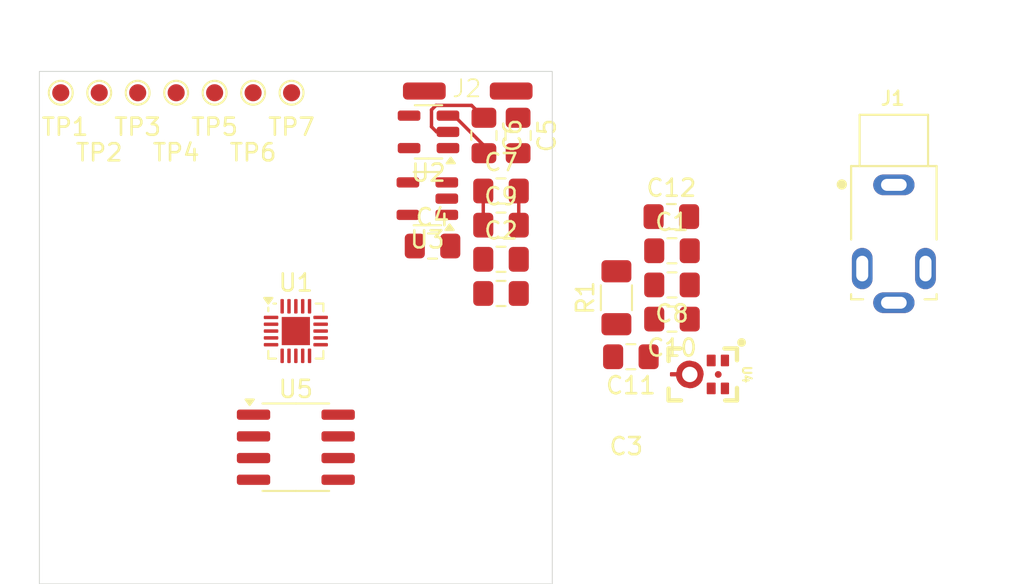
<source format=kicad_pcb>
(kicad_pcb (version 20240108) (generator "pcbnew") (generator_version "8.0")
  (layers (0 "F.Cu" signal) (31 "B.Cu" signal) (34 "B.Paste" user) (35 "F.Paste" user) (36 "B.SilkS" user "B.Silkscreen") (37 "F.SilkS" user "F.Silkscreen") (38 "B.Mask" user) (39 "F.Mask" user) (44 "Edge.Cuts" user))
  (net 0 "")
  (net 1 "GND")
  (net 2 "Net-(U1-VAG)")
  (net 3 "BATT")
  (net 4 "3v3")
  (net 5 "1v8")
  (net 6 "Net-(U4-OUT+)")
  (net 7 "MIC")
  (net 9 "HP_L")
  (net 10 "HP_R")
  (net 11 "HP_VGND")
  (net 23 "I2S_LRCLK")
  (net 24 "I2S_SCLK")
  (net 25 "I2S_DOUT")
  (net 26 "I2S_DIN")
  (net 27 "I2C_DATA")
  (net 28 "I2C_CLK")
  (net 29 "SYS_MCLK")
  (footprint "Capacitor_SMD:C_0805_2012Metric_Pad1.18x1.45mm_HandSolder" (layer "F.Cu") (at 112 78)
    (property "Reference" "C2" (at 0 -1.68 0) (layer "F.SilkS"))
    (property "Value" "100nF")
    (fp_line (start -0.261252 -0.735) (end 0.261252 -0.735) (stroke (width 0.12)) (layer "F.SilkS"))
    (fp_line (start -0.261252 0.735) (end 0.261252 0.735) (stroke (width 0.12)) (layer "F.SilkS"))
    (pad "1" smd roundrect (at -1.0375 0) (size 1.175 1.45) (layers "F.Cu" "F.Paste" "F.Mask") (roundrect_rratio 0.212766) (net 1 "GND"))
    (pad "2" smd roundrect (at 1.0375 0) (size 1.175 1.45) (layers "F.Cu" "F.Paste" "F.Mask") (roundrect_rratio 0.212766) (net 3 "BATT"))
  )
  (footprint "Capacitor_SMD:C_0805_2012Metric_Pad1.18x1.45mm_HandSolder" (layer "F.Cu") (at 111 70.75 -90)
    (property "Reference" "C6" (at 0 -1.68 90) (layer "F.SilkS"))
    (property "Value" "100nF")
    (fp_line (start -0.261252 0.735) (end 0.261252 0.735) (stroke (width 0.12)) (layer "F.SilkS"))
    (fp_line (start -0.261252 -0.735) (end 0.261252 -0.735) (stroke (width 0.12)) (layer "F.SilkS"))
    (pad "1" smd roundrect (at -1.0375 0 270) (size 1.175 1.45) (layers "F.Cu" "F.Paste" "F.Mask") (roundrect_rratio 0.212766) (net 1 "GND"))
    (pad "2" smd roundrect (at 1.0375 0 270) (size 1.175 1.45) (layers "F.Cu" "F.Paste" "F.Mask") (roundrect_rratio 0.212766) (net 3 "BATT"))
  )
  (footprint "TestPoint:TestPoint_Pad_D1.0mm" (layer "F.Cu") (at 88.5 68.25)
    (property "Reference" "TP2" (at 0 3.5 0) (layer "F.SilkS"))
    (property "Value" "TestPoint")
    (fp_circle (center 0 0) (end 0 0.7) (stroke (width 0.12)) (fill none) (layer "F.SilkS"))
    (pad "1" smd circle (at 0 0) (size 1 1) (layers "F.Cu" "F.Mask") (net 24 "I2S_SCLK"))
  )
  (footprint "Package_TO_SOT_SMD:SOT-23-5" (layer "F.Cu") (at 107.759518 70.540106 180)
    (property "Reference" "U2" (at 0 -2.4 180) (layer "F.SilkS"))
    (property "Value" "MIC5504-1.8YM5" (hide yes))
    (fp_line (start 0 1.56) (end 0.8 1.56) (stroke (width 0.12)) (layer "F.SilkS"))
    (fp_line (start 0 1.56) (end -0.8 1.56) (stroke (width 0.12)) (layer "F.SilkS"))
    (fp_line (start 0 -1.56) (end 0.8 -1.56) (stroke (width 0.12)) (layer "F.SilkS"))
    (fp_line (start 0 -1.56) (end -0.8 -1.56) (stroke (width 0.12)) (layer "F.SilkS"))
    (fp_poly (pts (xy -1.3 -1.51) (xy -1.54 -1.84) (xy -1.06 -1.84) (xy -1.3 -1.51)) (stroke (width 0.12)) (fill solid) (layer "F.SilkS"))
    (pad "1" smd roundrect (at -1.1375 -0.95 180) (size 1.325 0.6) (layers "F.Cu" "F.Paste" "F.Mask") (net 3 "BATT"))
    (pad "2" smd roundrect (at -1.1375 0 180) (size 1.325 0.6) (layers "F.Cu" "F.Paste" "F.Mask") (net 1 "GND"))
    (pad "3" smd roundrect (at -1.1375 0.95 180) (size 1.325 0.6) (layers "F.Cu" "F.Paste" "F.Mask") (net 3 "BATT"))
    (pad "4" smd roundrect (at 1.1375 0.95 180) (size 1.325 0.6) (layers "F.Cu" "F.Paste" "F.Mask"))
    (pad "5" smd roundrect (at 1.1375 -0.95 180) (size 1.325 0.6) (layers "F.Cu" "F.Paste" "F.Mask") (net 5 "1v8"))
  )
  (footprint "Package_DFN_QFN:QFN-20-1EP_3x3mm_P0.4mm_EP1.65x1.65mm" (layer "F.Cu") (at 100 82.2)
    (property "Reference" "U1" (at 0 -2.83 0) (layer "F.SilkS"))
    (property "Value" "SGTL5000XNLA3")
    (fp_line (start -1.61 -1.16) (end -1.61 -1.37) (stroke (width 0.12)) (layer "F.SilkS"))
    (fp_line (start -1.61 1.61) (end -1.61 1.16) (stroke (width 0.12)) (layer "F.SilkS"))
    (fp_line (start -1.16 -1.61) (end -1.31 -1.61) (stroke (width 0.12)) (layer "F.SilkS"))
    (fp_line (start -1.16 1.61) (end -1.61 1.61) (stroke (width 0.12)) (layer "F.SilkS"))
    (fp_line (start 1.16 -1.61) (end 1.61 -1.61) (stroke (width 0.12)) (layer "F.SilkS"))
    (fp_line (start 1.16 1.61) (end 1.61 1.61) (stroke (width 0.12)) (layer "F.SilkS"))
    (fp_line (start 1.61 -1.61) (end 1.61 -1.16) (stroke (width 0.12)) (layer "F.SilkS"))
    (fp_line (start 1.61 1.61) (end 1.61 1.16) (stroke (width 0.12)) (layer "F.SilkS"))
    (fp_poly (pts (xy -1.61 -1.61) (xy -1.85 -1.94) (xy -1.37 -1.94) (xy -1.61 -1.61)) (stroke (width 0.12)) (fill solid) (layer "F.SilkS"))
    (pad "1" smd roundrect (at -1.45 -0.8) (size 0.85 0.2) (layers "F.Cu" "F.Paste" "F.Mask") (net 10 "HP_R"))
    (pad "2" smd roundrect (at -1.45 -0.4) (size 0.85 0.2) (layers "F.Cu" "F.Paste" "F.Mask") (net 11 "HP_VGND"))
    (pad "3" smd roundrect (at -1.45 0) (size 0.85 0.2) (layers "F.Cu" "F.Paste" "F.Mask") (net 4 "3v3"))
    (pad "4" smd roundrect (at -1.45 0.4) (size 0.85 0.2) (layers "F.Cu" "F.Paste" "F.Mask") (net 9 "HP_L"))
    (pad "5" smd roundrect (at -1.45 0.8) (size 0.85 0.2) (layers "F.Cu" "F.Paste" "F.Mask") (net 2 "Net-(U1-VAG)"))
    (pad "6" smd roundrect (at -0.8 1.45) (size 0.2 0.85) (layers "F.Cu" "F.Paste" "F.Mask"))
    (pad "7" smd roundrect (at -0.4 1.45) (size 0.2 0.85) (layers "F.Cu" "F.Paste" "F.Mask"))
    (pad "8" smd roundrect (at 0 1.45) (size 0.2 0.85) (layers "F.Cu" "F.Paste" "F.Mask"))
    (pad "9" smd roundrect (at 0.4 1.45) (size 0.2 0.85) (layers "F.Cu" "F.Paste" "F.Mask"))
    (pad "10" smd roundrect (at 0.8 1.45) (size 0.2 0.85) (layers "F.Cu" "F.Paste" "F.Mask") (net 7 "MIC"))
    (pad "11" smd roundrect (at 1.45 0.8) (size 0.85 0.2) (layers "F.Cu" "F.Paste" "F.Mask") (net 7 "MIC"))
    (pad "12" smd roundrect (at 1.45 0.4) (size 0.85 0.2) (layers "F.Cu" "F.Paste" "F.Mask") (net 4 "3v3"))
    (pad "13" smd roundrect (at 1.45 0) (size 0.85 0.2) (layers "F.Cu" "F.Paste" "F.Mask") (net 29 "SYS_MCLK"))
    (pad "14" smd roundrect (at 1.45 -0.4) (size 0.85 0.2) (layers "F.Cu" "F.Paste" "F.Mask") (net 23 "I2S_LRCLK"))
    (pad "15" smd roundrect (at 1.45 -0.8) (size 0.85 0.2) (layers "F.Cu" "F.Paste" "F.Mask") (net 24 "I2S_SCLK"))
    (pad "16" smd roundrect (at 0.8 -1.45) (size 0.2 0.85) (layers "F.Cu" "F.Paste" "F.Mask") (net 25 "I2S_DOUT"))
    (pad "17" smd roundrect (at 0.4 -1.45) (size 0.2 0.85) (layers "F.Cu" "F.Paste" "F.Mask") (net 26 "I2S_DIN"))
    (pad "18" smd roundrect (at 0 -1.45) (size 0.2 0.85) (layers "F.Cu" "F.Paste" "F.Mask") (net 27 "I2C_DATA"))
    (pad "19" smd roundrect (at -0.4 -1.45) (size 0.2 0.85) (layers "F.Cu" "F.Paste" "F.Mask") (net 28 "I2C_CLK"))
    (pad "20" smd roundrect (at -0.8 -1.45) (size 0.2 0.85) (layers "F.Cu" "F.Paste" "F.Mask") (net 5 "1v8"))
    (pad "21" smd rect (at 0 0) (size 1.65 1.65) (property pad_prop_heatsink) (layers "F.Cu" "F.Mask") (net 1 "GND"))
  )
  (footprint "SJ1_2503A:CUI_SJ1-2503A" (layer "F.Cu") (at 134.9778 73.6416)
    (property "Reference" "J1" (at -0.06391 -5.06198 0) (layer "F.SilkS") (effects (font (size 0.80126 0.80126))))
    (property "Value" "SJ1-2503A")
    (fp_line (start -2.5 -1.1) (end -2 -1.1) (stroke (width 0.127)) (layer "F.SilkS"))
    (fp_line (start -2.5 3.2) (end -2.5 -1.1) (stroke (width 0.127)) (layer "F.SilkS"))
    (fp_line (start -2.5 6.7) (end -2.5 6.4) (stroke (width 0.127)) (layer "F.SilkS"))
    (fp_line (start -2 -4.1) (end -2 -1.1) (stroke (width 0.127)) (layer "F.SilkS"))
    (fp_line (start -2 -1.1) (end 2 -1.1) (stroke (width 0.127)) (layer "F.SilkS"))
    (fp_line (start -1.8 6.7) (end -2.5 6.7) (stroke (width 0.127)) (layer "F.SilkS"))
    (fp_line (start 1.8 6.7) (end 2.5 6.7) (stroke (width 0.127)) (layer "F.SilkS"))
    (fp_line (start 2 -4.1) (end -2 -4.1) (stroke (width 0.127)) (layer "F.SilkS"))
    (fp_line (start 2 -1.1) (end 2 -4.1) (stroke (width 0.127)) (layer "F.SilkS"))
    (fp_line (start 2 -1.1) (end 2.5 -1.1) (stroke (width 0.127)) (layer "F.SilkS"))
    (fp_line (start 2.5 -1.1) (end 2.5 3.2) (stroke (width 0.127)) (layer "F.SilkS"))
    (fp_line (start 2.5 6.7) (end 2.5 6.4) (stroke (width 0.127)) (layer "F.SilkS"))
    (fp_circle (center -3.0444 -0.0236) (end -2.8944 -0.0236) (stroke (width 0.3)) (fill none) (layer "F.SilkS"))
    (pad "" np_thru_hole circle (at 0 2.4) (size 1.2 1.2) (drill 1.2) (layers "*.Cu" "*.Mask"))
    (pad "1" thru_hole oval (at 0 0) (size 2.416 1.208) (drill oval 1.5 0.7) (layers "*.Cu" "*.Mask") (net 11 "HP_VGND"))
    (pad "2" thru_hole oval (at -1.85 4.9) (size 1.208 2.416) (drill oval 0.7 1.5) (layers "*.Cu" "*.Mask") (net 10 "HP_R"))
    (pad "3" thru_hole oval (at 1.85 4.9) (size 1.208 2.416) (drill oval 0.7 1.5) (layers "*.Cu" "*.Mask"))
    (pad "4" thru_hole oval (at 0 6.9) (size 2.416 1.208) (drill oval 1.5 0.7) (layers "*.Cu" "*.Mask") (net 9 "HP_L"))
  )
  (footprint "TestPoint:TestPoint_Pad_D1.0mm" (layer "F.Cu") (at 99.75 68.25)
    (property "Reference" "TP7" (at 0 2 0) (layer "F.SilkS"))
    (property "Value" "TestPoint")
    (fp_circle (center 0 0) (end 0 0.7) (stroke (width 0.12)) (fill none) (layer "F.SilkS"))
    (pad "1" smd circle (at 0 0) (size 1 1) (layers "F.Cu" "F.Mask") (net 29 "SYS_MCLK"))
  )
  (footprint "Capacitor_SMD:C_0805_2012Metric_Pad1.18x1.45mm_HandSolder" (layer "F.Cu") (at 112 74)
    (property "Reference" "C7" (at 0 -1.68 0) (layer "F.SilkS"))
    (property "Value" "1uF")
    (fp_line (start -0.261252 -0.735) (end 0.261252 -0.735) (stroke (width 0.12)) (layer "F.SilkS"))
    (fp_line (start -0.261252 0.735) (end 0.261252 0.735) (stroke (width 0.12)) (layer "F.SilkS"))
    (pad "1" smd roundrect (at -1.0375 0) (size 1.175 1.45) (layers "F.Cu" "F.Paste" "F.Mask") (roundrect_rratio 0.212766) (net 5 "1v8"))
    (pad "2" smd roundrect (at 1.0375 0) (size 1.175 1.45) (layers "F.Cu" "F.Paste" "F.Mask") (roundrect_rratio 0.212766) (net 1 "GND"))
  )
  (footprint "TestPoint:TestPoint_Pad_D1.0mm" (layer "F.Cu") (at 90.75 68.25)
    (property "Reference" "TP3" (at 0 2 0) (layer "F.SilkS"))
    (property "Value" "TestPoint")
    (fp_circle (center 0 0) (end 0 0.7) (stroke (width 0.12)) (fill none) (layer "F.SilkS"))
    (pad "1" smd circle (at 0 0) (size 1 1) (layers "F.Cu" "F.Mask") (net 25 "I2S_DOUT"))
  )
  (footprint "Capacitor_SMD:C_0805_2012Metric_Pad1.18x1.45mm_HandSolder" (layer "F.Cu") (at 119.595779 83.704144 180)
    (property "Reference" "C11" (at 0 -1.68 180) (layer "F.SilkS"))
    (property "Value" "100nF")
    (fp_line (start -0.261252 0.735) (end 0.261252 0.735) (stroke (width 0.12)) (layer "F.SilkS"))
    (fp_line (start -0.261252 -0.735) (end 0.261252 -0.735) (stroke (width 0.12)) (layer "F.SilkS"))
    (pad "1" smd roundrect (at -1.0375 0 180) (size 1.175 1.45) (layers "F.Cu" "F.Paste" "F.Mask") (roundrect_rratio 0.212766) (net 6 "Net-(U4-OUT+)"))
    (pad "2" smd roundrect (at 1.0375 0 180) (size 1.175 1.45) (layers "F.Cu" "F.Paste" "F.Mask") (roundrect_rratio 0.212766) (net 7 "MIC"))
  )
  (footprint "TestPoint:TestPoint_Pad_D1.0mm" (layer "F.Cu") (at 93 68.25)
    (property "Reference" "TP4" (at 0 3.5 0) (layer "F.SilkS"))
    (property "Value" "TestPoint")
    (fp_circle (center 0 0) (end 0 0.7) (stroke (width 0.12)) (fill none) (layer "F.SilkS"))
    (pad "1" smd circle (at 0 0) (size 1 1) (layers "F.Cu" "F.Mask") (net 26 "I2S_DIN"))
  )
  (footprint "Capacitor_SMD:C_0805_2012Metric_Pad1.18x1.45mm_HandSolder" (layer "F.Cu") (at 113 70.75 -90)
    (property "Reference" "C5" (at 0 -1.68 90) (layer "F.SilkS"))
    (property "Value" "1uF")
    (fp_line (start -0.261252 0.735) (end 0.261252 0.735) (stroke (width 0.12)) (layer "F.SilkS"))
    (fp_line (start -0.261252 -0.735) (end 0.261252 -0.735) (stroke (width 0.12)) (layer "F.SilkS"))
    (pad "1" smd roundrect (at -1.0375 0 270) (size 1.175 1.45) (layers "F.Cu" "F.Paste" "F.Mask") (roundrect_rratio 0.212766) (net 1 "GND"))
    (pad "2" smd roundrect (at 1.0375 0 270) (size 1.175 1.45) (layers "F.Cu" "F.Paste" "F.Mask") (roundrect_rratio 0.212766) (net 3 "BATT"))
  )
  (footprint "TestPoint:TestPoint_Pad_D1.0mm" (layer "F.Cu") (at 97.5 68.25)
    (property "Reference" "TP6" (at 0 3.5 0) (layer "F.SilkS"))
    (property "Value" "TestPoint")
    (fp_circle (center 0 0) (end 0 0.7) (stroke (width 0.12)) (fill none) (layer "F.SilkS"))
    (pad "1" smd circle (at 0 0) (size 1 1) (layers "F.Cu" "F.Mask") (net 28 "I2C_CLK"))
  )
  (footprint "Capacitor_SMD:C_0805_2012Metric_Pad1.18x1.45mm_HandSolder" (layer "F.Cu") (at 122 79.5 180)
    (property "Reference" "C8" (at 0 -1.68 180) (layer "F.SilkS"))
    (property "Value" "100nF")
    (fp_line (start -0.261252 0.735) (end 0.261252 0.735) (stroke (width 0.12)) (layer "F.SilkS"))
    (fp_line (start -0.261252 -0.735) (end 0.261252 -0.735) (stroke (width 0.12)) (layer "F.SilkS"))
    (pad "1" smd roundrect (at -1.0375 0 180) (size 1.175 1.45) (layers "F.Cu" "F.Paste" "F.Mask") (roundrect_rratio 0.212766) (net 4 "3v3"))
    (pad "2" smd roundrect (at 1.0375 0 180) (size 1.175 1.45) (layers "F.Cu" "F.Paste" "F.Mask") (roundrect_rratio 0.212766) (net 1 "GND"))
  )
  (footprint "Capacitor_SMD:C_0805_2012Metric_Pad1.18x1.45mm_HandSolder" (layer "F.Cu") (at 107.995434 77.221689)
    (property "Reference" "C4" (at 0 -1.68 0) (layer "F.SilkS"))
    (property "Value" "1uF")
    (fp_line (start -0.261252 -0.735) (end 0.261252 -0.735) (stroke (width 0.12)) (layer "F.SilkS"))
    (fp_line (start -0.261252 0.735) (end 0.261252 0.735) (stroke (width 0.12)) (layer "F.SilkS"))
    (pad "1" smd roundrect (at -1.0375 0) (size 1.175 1.45) (layers "F.Cu" "F.Paste" "F.Mask") (roundrect_rratio 0.212766) (net 4 "3v3"))
    (pad "2" smd roundrect (at 1.0375 0) (size 1.175 1.45) (layers "F.Cu" "F.Paste" "F.Mask") (roundrect_rratio 0.212766) (net 1 "GND"))
  )
  (footprint "SparkFun_Analog_MEMS_Microphone_Breakout_SPH8878LR5H-1:SPH8878LR5H-1" (layer "F.Cu") (at 123.042 84.74 -90)
    (property "Reference" "U4" (at 0 -3.048 -90) (layer "F.SilkS") (effects (font (size 0.48768 0.48768) (thickness 0.12192)) (justify bottom)))
    (property "Value" "SPH8878LR5H-1")
    (fp_poly (pts (xy -0.00523 -0.814063) (xy 0.346022 -0.736156) (xy 0.502348 -0.639263) (xy 0.63299 -0.510214) (xy 0.73164 -0.355331) (xy 0.793353 -0.182379) (xy 0.815067 0.000269) (xy 0.734471 0.353387) (xy 0.637218 0.508164) (xy 0.508164 0.637218) (xy 0.353629 0.734318) (xy 0.181362 0.794597) (xy 0.000281 0.815) (xy -0.010563 0.815) (xy -0.359048 0.735461) (xy -0.511929 0.639398) (xy -0.6394 0.511928) (xy -0.735308 0.359289) (xy -0.794848 0.189135) (xy -0.815561 0.005302) (xy -0.810183 0.005) (xy -0.81623 0.005) (xy -0.737147 -0.351684) (xy -0.641444 -0.506114) (xy -0.513979 -0.635171) (xy -0.360991 -0.732631) (xy -0.190152 -0.793603) (xy -0.005321 -0.815592)) (fill solid) (layer "F.Cu"))
    (fp_line (start -1.52 1.24) (end -0.79 1.24) (stroke (width 0.254)) (layer "F.SilkS"))
    (fp_line (start 0.83 1.24) (end 1.52 1.24) (stroke (width 0.254)) (layer "F.SilkS"))
    (fp_line (start 1.52 1.24) (end 1.52 0.51) (stroke (width 0.254)) (layer "F.SilkS"))
    (fp_line (start -1.52 0.55) (end -1.52 1.24) (stroke (width 0.254)) (layer "F.SilkS"))
    (fp_line (start 1.52 -2.07) (end 1.52 -2.76) (stroke (width 0.254)) (layer "F.SilkS"))
    (fp_line (start -1.52 -2.76) (end -1.52 -2.03) (stroke (width 0.254)) (layer "F.SilkS"))
    (fp_line (start -0.83 -2.76) (end -1.52 -2.76) (stroke (width 0.254)) (layer "F.SilkS"))
    (fp_line (start 1.52 -2.76) (end 0.79 -2.76) (stroke (width 0.254)) (layer "F.SilkS"))
    (fp_circle (center -1.873 -3.029) (end -1.746 -3.029) (stroke (width 0.254)) (fill none) (layer "F.SilkS"))
    (pad "" np_thru_hole circle (at 0 0 270) (size 0.9 0.9) (drill 0.9) (layers "*.Cu" "*.Mask"))
    (pad "1" smd roundrect (at -0.818 -2.055 180) (size 0.482 0.685) (layers "F.Cu" "F.Paste" "F.Mask") (roundrect_rratio 0.1053941909) (net 6 "Net-(U4-OUT+)"))
    (pad "2" smd roundrect (at -0.818 -1.252 180) (size 0.523 0.685) (layers "F.Cu" "F.Paste" "F.Mask") (roundrect_rratio 0.09713193117) (net 1 "GND"))
    (pad "3" smd roundrect (at -0.0104 0.6604 180) (size 1 0.25) (layers "F.Cu") (roundrect_rratio 0.2032) (net 1 "GND"))
    (pad "4" smd roundrect (at 0.818 -1.252 180) (size 0.523 0.685) (layers "F.Cu" "F.Paste" "F.Mask") (roundrect_rratio 0.09713193117) (net 1 "GND"))
    (pad "5" smd roundrect (at 0.818 -2.055 180) (size 0.482 0.685) (layers "F.Cu" "F.Paste" "F.Mask") (roundrect_rratio 0.1053941909) (net 4 "3v3"))
    (pad "6" smd roundrect (at 0 -1.663 270) (size 0.4 0.4) (layers "F.Cu" "F.Paste" "F.Mask") (roundrect_rratio 0.5))
  )
  (footprint "TestPoint:TestPoint_Pad_D1.0mm" (layer "F.Cu") (at 86.25 68.25)
    (property "Reference" "TP1" (at 0.25 2 0) (layer "F.SilkS"))
    (property "Value" "TestPoint")
    (fp_circle (center 0 0) (end 0 0.7) (stroke (width 0.12)) (fill none) (layer "F.SilkS"))
    (pad "1" smd circle (at 0 0) (size 1 1) (layers "F.Cu" "F.Mask") (net 23 "I2S_LRCLK"))
  )
  (footprint "Package_SO:SOIC-8_3.9x4.9mm_P1.27mm" (layer "F.Cu") (at 100 89)
    (property "Reference" "U5" (at 0 -3.4 0) (layer "F.SilkS"))
    (property "Value" "STM32G031J6Mx")
    (fp_line (start 0 -2.56) (end -1.95 -2.56) (stroke (width 0.12)) (layer "F.SilkS"))
    (fp_line (start 0 -2.56) (end 1.95 -2.56) (stroke (width 0.12)) (layer "F.SilkS"))
    (fp_line (start 0 2.56) (end -1.95 2.56) (stroke (width 0.12)) (layer "F.SilkS"))
    (fp_line (start 0 2.56) (end 1.95 2.56) (stroke (width 0.12)) (layer "F.SilkS"))
    (fp_poly (pts (xy -2.7 -2.465) (xy -2.94 -2.795) (xy -2.46 -2.795) (xy -2.7 -2.465)) (stroke (width 0.12)) (fill solid) (layer "F.SilkS"))
    (pad "1" smd roundrect (at -2.475 -1.905) (size 1.95 0.6) (layers "F.Cu" "F.Paste" "F.Mask"))
    (pad "2" smd roundrect (at -2.475 -0.635) (size 1.95 0.6) (layers "F.Cu" "F.Paste" "F.Mask") (net 4 "3v3"))
    (pad "3" smd roundrect (at -2.475 0.635) (size 1.95 0.6) (layers "F.Cu" "F.Paste" "F.Mask") (net 1 "GND"))
    (pad "4" smd roundrect (at -2.475 1.905) (size 1.95 0.6) (layers "F.Cu" "F.Paste" "F.Mask"))
    (pad "5" smd roundrect (at 2.475 1.905) (size 1.95 0.6) (layers "F.Cu" "F.Paste" "F.Mask"))
    (pad "6" smd roundrect (at 2.475 0.635) (size 1.95 0.6) (layers "F.Cu" "F.Paste" "F.Mask"))
    (pad "7" smd roundrect (at 2.475 -0.635) (size 1.95 0.6) (layers "F.Cu" "F.Paste" "F.Mask"))
    (pad "8" smd roundrect (at 2.475 -1.905) (size 1.95 0.6) (layers "F.Cu" "F.Paste" "F.Mask"))
  )
  (footprint "TestPoint:TestPoint_Pad_D1.0mm" (layer "F.Cu") (at 95.25 68.25)
    (property "Reference" "TP5" (at 0 2 0) (layer "F.SilkS"))
    (property "Value" "TestPoint")
    (fp_circle (center 0 0) (end 0 0.7) (stroke (width 0.12)) (fill none) (layer "F.SilkS"))
    (pad "1" smd circle (at 0 0) (size 1 1) (layers "F.Cu" "F.Mask") (net 27 "I2C_DATA"))
  )
  (footprint "Capacitor_SMD:C_0805_2012Metric_Pad1.18x1.45mm_HandSolder" (layer "F.Cu") (at 122 77.5)
    (property "Reference" "C1" (at 0 -1.68 0) (layer "F.SilkS"))
    (property "Value" "100nF")
    (fp_line (start -0.261252 -0.735) (end 0.261252 -0.735) (stroke (width 0.12)) (layer "F.SilkS"))
    (fp_line (start -0.261252 0.735) (end 0.261252 0.735) (stroke (width 0.12)) (layer "F.SilkS"))
    (pad "1" smd roundrect (at -1.0375 0) (size 1.175 1.45) (layers "F.Cu" "F.Paste" "F.Mask") (roundrect_rratio 0.212766) (net 1 "GND"))
    (pad "2" smd roundrect (at 1.0375 0) (size 1.175 1.45) (layers "F.Cu" "F.Paste" "F.Mask") (roundrect_rratio 0.212766) (net 2 "Net-(U1-VAG)"))
  )
  (footprint "Capacitor_SMD:C_0805_2012Metric_Pad1.18x1.45mm_HandSolder" (layer "F.Cu") (at 112 76)
    (property "Reference" "C9" (at 0 -1.68 0) (layer "F.SilkS"))
    (property "Value" "100nF")
    (fp_line (start -0.261252 -0.735) (end 0.261252 -0.735) (stroke (width 0.12)) (layer "F.SilkS"))
    (fp_line (start -0.261252 0.735) (end 0.261252 0.735) (stroke (width 0.12)) (layer "F.SilkS"))
    (pad "1" smd roundrect (at -1.0375 0) (size 1.175 1.45) (layers "F.Cu" "F.Paste" "F.Mask") (roundrect_rratio 0.212766) (net 5 "1v8"))
    (pad "2" smd roundrect (at 1.0375 0) (size 1.175 1.45) (layers "F.Cu" "F.Paste" "F.Mask") (roundrect_rratio 0.212766) (net 1 "GND"))
  )
  (footprint "Capacitor_SMD:C_0805_2012Metric_Pad1.18x1.45mm_HandSolder" (layer "F.Cu") (at 122 81.5 180)
    (property "Reference" "C10" (at 0 -1.68 180) (layer "F.SilkS"))
    (property "Value" "100nF")
    (fp_line (start -0.261252 0.735) (end 0.261252 0.735) (stroke (width 0.12)) (layer "F.SilkS"))
    (fp_line (start -0.261252 -0.735) (end 0.261252 -0.735) (stroke (width 0.12)) (layer "F.SilkS"))
    (pad "1" smd roundrect (at -1.0375 0 180) (size 1.175 1.45) (layers "F.Cu" "F.Paste" "F.Mask") (roundrect_rratio 0.212766) (net 4 "3v3"))
    (pad "2" smd roundrect (at 1.0375 0 180) (size 1.175 1.45) (layers "F.Cu" "F.Paste" "F.Mask") (roundrect_rratio 0.212766) (net 1 "GND"))
  )
  (footprint "Package_TO_SOT_SMD:SOT-23-5" (layer "F.Cu") (at 107.692148 74.447566 180)
    (property "Reference" "U3" (at 0 -2.4 180) (layer "F.SilkS"))
    (property "Value" "MIC5504-3.3YM5")
    (fp_line (start 0 1.56) (end 0.8 1.56) (stroke (width 0.12)) (layer "F.SilkS"))
    (fp_line (start 0 1.56) (end -0.8 1.56) (stroke (width 0.12)) (layer "F.SilkS"))
    (fp_line (start 0 -1.56) (end 0.8 -1.56) (stroke (width 0.12)) (layer "F.SilkS"))
    (fp_line (start 0 -1.56) (end -0.8 -1.56) (stroke (width 0.12)) (layer "F.SilkS"))
    (fp_poly (pts (xy -1.3 -1.51) (xy -1.54 -1.84) (xy -1.06 -1.84) (xy -1.3 -1.51)) (stroke (width 0.12)) (fill solid) (layer "F.SilkS"))
    (pad "1" smd roundrect (at -1.1375 -0.95 180) (size 1.325 0.6) (layers "F.Cu" "F.Paste" "F.Mask") (net 3 "BATT"))
    (pad "2" smd roundrect (at -1.1375 0 180) (size 1.325 0.6) (layers "F.Cu" "F.Paste" "F.Mask") (net 1 "GND"))
    (pad "3" smd roundrect (at -1.1375 0.95 180) (size 1.325 0.6) (layers "F.Cu" "F.Paste" "F.Mask") (net 3 "BATT"))
    (pad "4" smd roundrect (at 1.1375 0.95 180) (size 1.325 0.6) (layers "F.Cu" "F.Paste" "F.Mask"))
    (pad "5" smd roundrect (at 1.1375 -0.95 180) (size 1.325 0.6) (layers "F.Cu" "F.Paste" "F.Mask") (net 4 "3v3"))
  )
  (footprint "Resistor_SMD:R_1206_3216Metric_Pad1.30x1.75mm_HandSolder" (layer "F.Cu") (at 118.75 80.25 90)
    (property "Reference" "R1" (at 0 -1.82 -90) (layer "F.SilkS"))
    (property "Value" "DNP")
    (fp_line (start -0.727064 -0.91) (end 0.727064 -0.91) (stroke (width 0.12)) (layer "F.SilkS"))
    (fp_line (start -0.727064 0.91) (end 0.727064 0.91) (stroke (width 0.12)) (layer "F.SilkS"))
    (pad "1" smd roundrect (at -1.55 0 90) (size 1.3 1.75) (layers "F.Cu" "F.Paste" "F.Mask") (roundrect_rratio 0.192308) (net 7 "MIC"))
    (pad "2" smd roundrect (at 1.55 0 90) (size 1.3 1.75) (layers "F.Cu" "F.Paste" "F.Mask") (roundrect_rratio 0.192308) (net 7 "MIC"))
  )
  (footprint "Capacitor_SMD:C_0805_2012Metric_Pad1.18x1.45mm_HandSolder" (layer "F.Cu") (at 112 80)
    (property "Reference" "C3" (at 7.327244 8.949446 0) (layer "F.SilkS"))
    (property "Value" "1uF")
    (fp_line (start -0.261252 -0.735) (end 0.261252 -0.735) (stroke (width 0.12)) (layer "F.SilkS"))
    (fp_line (start -0.261252 0.735) (end 0.261252 0.735) (stroke (width 0.12)) (layer "F.SilkS"))
    (pad "1" smd roundrect (at -1.0375 0) (size 1.175 1.45) (layers "F.Cu" "F.Paste" "F.Mask") (roundrect_rratio 0.212766) (net 1 "GND"))
    (pad "2" smd roundrect (at 1.0375 0) (size 1.175 1.45) (layers "F.Cu" "F.Paste" "F.Mask") (roundrect_rratio 0.212766) (net 3 "BATT"))
  )
  (footprint "custom:test_2_pad" (layer "F.Cu") (at 110.055434 63.07)
    (property "Reference" "J2" (at -0.055434 4.93 0) (layer "F.SilkS") (effects (font (thickness 0.1))))
    (property "Value" "POWER_PADS")
    (pad "1" smd roundrect (at -2.54 5.08) (size 2.5 1) (layers "F.Cu" "F.Paste" "F.Mask") (net 3 "BATT"))
    (pad "2" smd roundrect (at 2.54 5.08) (size 2.5 1) (layers "F.Cu" "F.Paste" "F.Mask") (net 1 "GND"))
  )
  (footprint "Capacitor_SMD:C_0805_2012Metric_Pad1.18x1.45mm_HandSolder" (layer "F.Cu") (at 121.9625 75.5)
    (property "Reference" "C12" (at 0 -1.68 0) (layer "F.SilkS"))
    (property "Value" "1uF")
    (fp_line (start -0.261252 -0.735) (end 0.261252 -0.735) (stroke (width 0.12)) (layer "F.SilkS"))
    (fp_line (start -0.261252 0.735) (end 0.261252 0.735) (stroke (width 0.12)) (layer "F.SilkS"))
    (pad "1" smd roundrect (at -1.0375 0) (size 1.175 1.45) (layers "F.Cu" "F.Paste" "F.Mask") (roundrect_rratio 0.212766) (net 1 "GND"))
    (pad "2" smd roundrect (at 1.0375 0) (size 1.175 1.45) (layers "F.Cu" "F.Paste" "F.Mask") (roundrect_rratio 0.212766) (net 4 "3v3"))
  )
  (gr_rect (start 85 67) (end 115 97) (stroke (width 0.05)) (fill none) (layer "Edge.Cuts"))
  (segment (start 110.277606 68.990106) (end 108.193966 68.990106) (width 0.2) (layer "F.Cu") (net 1))
  (segment (start 108.234519 70.540106) (end 108.897018 70.540106) (width 0.2) (layer "F.Cu") (net 1))
  (segment (start 107.934518 69.249554) (end 107.934518 70.240105) (width 0.2) (layer "F.Cu") (net 1))
  (segment (start 107.934518 70.240105) (end 108.234519 70.540106) (width 0.2) (layer "F.Cu") (net 1))
  (segment (start 111 69.7125) (end 110.277606 68.990106) (width 0.2) (layer "F.Cu") (net 1))
  (segment (start 108.193966 68.990106) (end 107.934518 69.249554) (width 0.2) (layer "F.Cu") (net 1))
  (segment (start 113.0375 76) (end 113.0375 74) (width 0.2) (layer "F.Cu") (net 1))
  (segment (start 111 71.340036) (end 109.25007 69.590106) (width 0.2) (layer "F.Cu") (net 3))
  (segment (start 111 71.7875) (end 111 71.340036) (width 0.2) (layer "F.Cu") (net 3))
  (segment (start 109.25007 69.590106) (end 108.897018 69.590106) (width 0.2) (layer "F.Cu") (net 3))
  (segment (start 110.9625 76) (end 110.9625 74) (width 0.2) (layer "F.Cu") (net 5))
)
</source>
